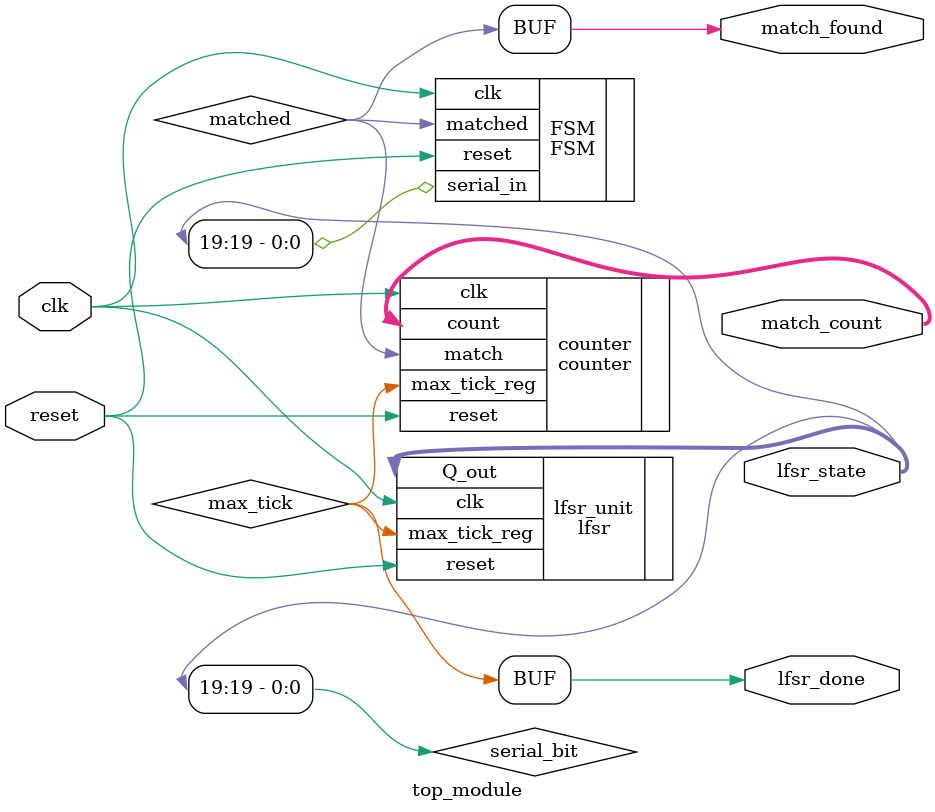
<source format=v>
`timescale 1ns / 1ps

module top_module (
    input wire clk,
    input wire reset,
    output wire [19:0] lfsr_state,
    output wire [19:0] match_count,
    output wire match_found,
    output wire lfsr_done
);

    // Internal wires
    wire serial_bit;
    wire matched;
    wire max_tick;

    // Instantiate LFSR
    lfsr lfsr_unit (
        .clk(clk),
        .reset(reset),
        .Q_out(lfsr_state),
        .max_tick_reg(max_tick)
    );

    // Extract serial output from LFSR (MSB)
    assign serial_bit = lfsr_state[19];
    assign lfsr_done = max_tick;

    // Instantiate FSM (sequence detector)
    FSM FSM (
        .clk(clk),
        .reset(reset),
        .serial_in(serial_bit),
        .matched(matched)
    );

    assign match_found = matched;

    // Instantiate Counter
    counter counter (
        .clk(clk),
        .reset(reset),
        .max_tick_reg(max_tick),
        .match(matched),
        .count(match_count)
    );

endmodule

</source>
